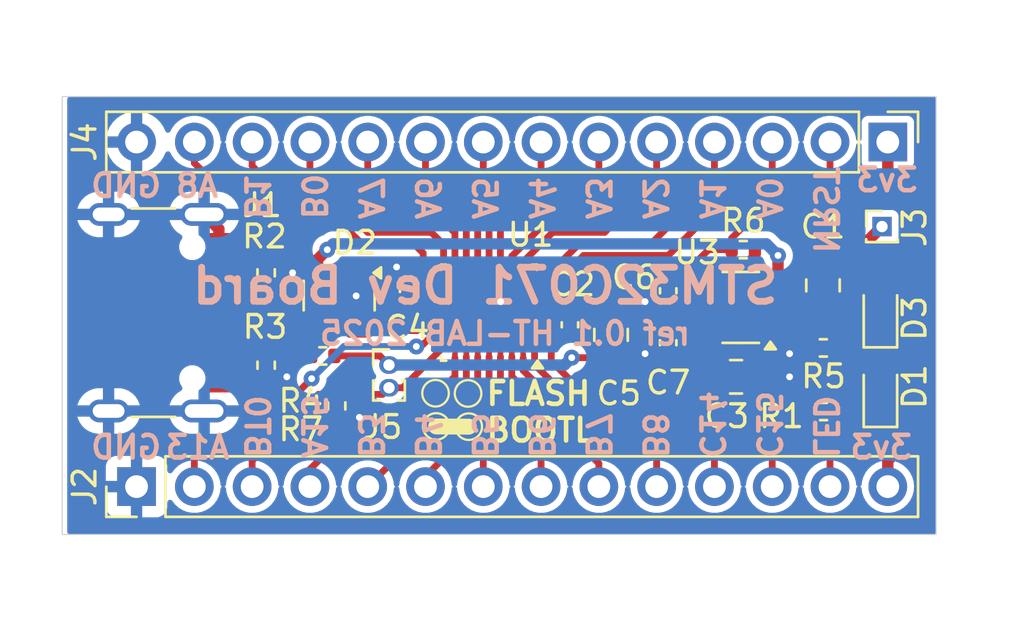
<source format=kicad_pcb>
(kicad_pcb (version 20240108) (generator "pcbnew") (generator_version "8.0")
  (layers (0 "F.Cu" signal) (31 "B.Cu" power) (34 "B.Paste" user) (35 "F.Paste" user) (36 "B.SilkS" user "B.Silkscreen") (37 "F.SilkS" user "F.Silkscreen") (38 "B.Mask" user) (39 "F.Mask" user) (44 "Edge.Cuts" user))
  (net 0 "")
  (net 1 "GND")
  (net 2 "+3V3")
  (net 3 "USB_DM+")
  (net 4 "USB_DM-")
  (net 5 "Net-(D1-K)")
  (net 6 "Net-(J1-CC2)")
  (net 9 "Net-(J1-CC1)")
  (net 10 "Net-(J4-Pin_3)")
  (net 11 "PC15")
  (net 12 "PA15")
  (net 13 "PA13")
  (net 14 "Net-(J4-Pin_10)")
  (net 15 "PC14")
  (net 16 "Net-(J4-Pin_5)")
  (net 17 "BOOT0")
  (net 18 "Net-(J4-Pin_6)")
  (net 19 "Net-(J4-Pin_4)")
  (net 20 "Net-(J4-Pin_7)")
  (net 21 "PB1")
  (net 22 "Net-(J4-Pin_13)")
  (net 23 "PB0")
  (net 24 "Net-(J4-Pin_8)")
  (net 25 "NRST")
  (net 26 "Net-(J4-Pin_9)")
  (net 27 "LED")
  (net 28 "Net-(D3-K)")
  (net 29 "/VBUS")
  (net 30 "Net-(U3-NR)")
  (net 31 "Net-(J2-Pin_6)")
  (net 32 "Net-(J2-Pin_8)")
  (net 33 "Net-(J2-Pin_7)")
  (net 34 "Net-(J2-Pin_9)")
  (net 35 "Net-(J2-Pin_10)")
  (net 36 "Net-(J2-Pin_5)")
  (footprint "Capacitor_SMD:C_0402_1005Metric" (layer "F.Cu") (at 101.854 65.532 90)
    (property "Reference" "C2" (at 1.778 0.127 180) (layer "F.SilkS"))
    (property "Value" "100nF")
    (pad "1" smd roundrect (at -0.48 0 90) (size 0.56 0.62) (layers "F.Cu" "F.Paste" "F.Mask") (net 2 "+3V3"))
    (pad "2" smd roundrect (at 0.48 0 90) (size 0.56 0.62) (layers "F.Cu" "F.Paste" "F.Mask") (net 1 "GND"))
  )
  (footprint "Capacitor_SMD:C_0805_2012Metric" (layer "F.Cu") (at 103.66 65.974 90)
    (property "Reference" "C5" (at -2.576 0.34 0) (layer "F.SilkS"))
    (property "Value" "4.7uF")
    (pad "1" smd roundrect (at -0.95 0 90) (size 1 1.45) (layers "F.Cu" "F.Paste" "F.Mask") (net 2 "+3V3"))
    (pad "2" smd roundrect (at 0.95 0 90) (size 1 1.45) (layers "F.Cu" "F.Paste" "F.Mask") (net 1 "GND"))
  )
  (footprint "Package_DFN_QFN:QFN-28_4x4mm_P0.5mm" (layer "F.Cu") (at 98.298 65 180)
    (property "Reference" "U1" (at -1.827 3.425 0) (layer "F.SilkS"))
    (property "Value" "STM32C071G8UxN")
    (pad "1" smd custom (at -1.9975 -1.5 180) (size 0.136863 0.136863) (layers "F.Cu" "F.Paste" "F.Mask") (net 15 "PC14") (options (clearance outline) (anchor circle)) (primitives (gr_poly (pts (xy -0.3325 -0.08) (xy 0.19886 -0.08) (xy 0.3325 0.05364) (xy 0.3325 0.08) (xy -0.3325 0.08)) (width 0.09) (fill yes))))
    (pad "2" smd roundrect (at -1.9375 -1 180) (size 0.875 0.25) (layers "F.Cu" "F.Paste" "F.Mask") (net 11 "PC15"))
    (pad "3" smd roundrect (at -1.9375 -0.5 180) (size 0.875 0.25) (layers "F.Cu" "F.Paste" "F.Mask") (net 2 "+3V3"))
    (pad "4" smd roundrect (at -1.9375 0 180) (size 0.875 0.25) (layers "F.Cu" "F.Paste" "F.Mask") (net 1 "GND"))
    (pad "5" smd roundrect (at -1.9375 0.5 180) (size 0.875 0.25) (layers "F.Cu" "F.Paste" "F.Mask") (net 25 "NRST"))
    (pad "6" smd roundrect (at -1.9375 1 180) (size 0.875 0.25) (layers "F.Cu" "F.Paste" "F.Mask") (net 10 "Net-(J4-Pin_3)"))
    (pad "7" smd custom (at -1.9975 1.5 180) (size 0.136863 0.136863) (layers "F.Cu" "F.Paste" "F.Mask") (net 19 "Net-(J4-Pin_4)") (options (clearance outline) (anchor circle)) (primitives (gr_poly (pts (xy -0.3325 -0.08) (xy 0.3325 -0.08) (xy 0.3325 -0.05364) (xy 0.19886 0.08) (xy -0.3325 0.08)) (width 0.09) (fill yes))))
    (pad "8" smd custom (at -1.5 1.9975 180) (size 0.136863 0.136863) (layers "F.Cu" "F.Paste" "F.Mask") (net 16 "Net-(J4-Pin_5)") (options (clearance outline) (anchor circle)) (primitives (gr_poly (pts (xy -0.08 -0.19886) (xy 0.05364 -0.3325) (xy 0.08 -0.3325) (xy 0.08 0.3325) (xy -0.08 0.3325)) (width 0.09) (fill yes))))
    (pad "9" smd roundrect (at -1 1.9375 180) (size 0.25 0.875) (layers "F.Cu" "F.Paste" "F.Mask") (net 18 "Net-(J4-Pin_6)"))
    (pad "10" smd roundrect (at -0.5 1.9375 180) (size 0.25 0.875) (layers "F.Cu" "F.Paste" "F.Mask") (net 20 "Net-(J4-Pin_7)"))
    (pad "11" smd roundrect (at 0 1.9375 180) (size 0.25 0.875) (layers "F.Cu" "F.Paste" "F.Mask") (net 24 "Net-(J4-Pin_8)"))
    (pad "12" smd roundrect (at 0.5 1.9375 180) (size 0.25 0.875) (layers "F.Cu" "F.Paste" "F.Mask") (net 26 "Net-(J4-Pin_9)"))
    (pad "13" smd roundrect (at 1 1.9375 180) (size 0.25 0.875) (layers "F.Cu" "F.Paste" "F.Mask") (net 14 "Net-(J4-Pin_10)"))
    (pad "14" smd custom (at 1.5 1.9975 180) (size 0.136863 0.136863) (layers "F.Cu" "F.Paste" "F.Mask") (net 23 "PB0") (options (clearance outline) (anchor circle)) (primitives (gr_poly (pts (xy -0.08 -0.3325) (xy -0.05364 -0.3325) (xy 0.08 -0.19886) (xy 0.08 0.3325) (xy -0.08 0.3325)) (width 0.09) (fill yes))))
    (pad "15" smd custom (at 1.9975 1.5 180) (size 0.136863 0.136863) (layers "F.Cu" "F.Paste" "F.Mask") (net 21 "PB1") (options (clearance outline) (anchor circle)) (primitives (gr_poly (pts (xy -0.3325 -0.08) (xy 0.3325 -0.08) (xy 0.3325 0.08) (xy -0.19886 0.08) (xy -0.3325 -0.05364)) (width 0.09) (fill yes))))
    (pad "16" smd roundrect (at 1.9375 1 180) (size 0.875 0.25) (layers "F.Cu" "F.Paste" "F.Mask") (net 22 "Net-(J4-Pin_13)"))
    (pad "17" smd roundrect (at 1.9375 0.5 180) (size 0.875 0.25) (layers "F.Cu" "F.Paste" "F.Mask") (net 2 "+3V3"))
    (pad "18" smd roundrect (at 1.9375 0 180) (size 0.875 0.25) (layers "F.Cu" "F.Paste" "F.Mask") (net 4 "USB_DM-"))
    (pad "19" smd roundrect (at 1.9375 -0.5 180) (size 0.875 0.25) (layers "F.Cu" "F.Paste" "F.Mask") (net 3 "USB_DM+"))
    (pad "20" smd roundrect (at 1.9375 -1 180) (size 0.875 0.25) (layers "F.Cu" "F.Paste" "F.Mask") (net 13 "PA13"))
    (pad "21" smd custom (at 1.9975 -1.5 180) (size 0.136863 0.136863) (layers "F.Cu" "F.Paste" "F.Mask") (net 17 "BOOT0") (options (clearance outline) (anchor circle)) (primitives (gr_poly (pts (xy -0.3325 0.05364) (xy -0.19886 -0.08) (xy 0.3325 -0.08) (xy 0.3325 0.08) (xy -0.3325 0.08)) (width 0.09) (fill yes))))
    (pad "22" smd custom (at 1.5 -1.9975 180) (size 0.136863 0.136863) (layers "F.Cu" "F.Paste" "F.Mask") (net 12 "PA15") (options (clearance outline) (anchor circle)) (primitives (gr_poly (pts (xy -0.08 -0.3325) (xy 0.08 -0.3325) (xy 0.08 0.19886) (xy -0.05364 0.3325) (xy -0.08 0.3325)) (width 0.09) (fill yes))))
    (pad "23" smd roundrect (at 1 -1.9375 180) (size 0.25 0.875) (layers "F.Cu" "F.Paste" "F.Mask") (net 36 "Net-(J2-Pin_5)"))
    (pad "24" smd roundrect (at 0.5 -1.9375 180) (size 0.25 0.875) (layers "F.Cu" "F.Paste" "F.Mask") (net 31 "Net-(J2-Pin_6)"))
    (pad "25" smd roundrect (at 0 -1.9375 180) (size 0.25 0.875) (layers "F.Cu" "F.Paste" "F.Mask") (net 33 "Net-(J2-Pin_7)"))
    (pad "26" smd roundrect (at -0.5 -1.9375 180) (size 0.25 0.875) (layers "F.Cu" "F.Paste" "F.Mask") (net 32 "Net-(J2-Pin_8)"))
    (pad "27" smd roundrect (at -1 -1.9375 180) (size 0.25 0.875) (layers "F.Cu" "F.Paste" "F.Mask") (net 34 "Net-(J2-Pin_9)"))
    (pad "28" smd custom (at -1.5 -1.9975 180) (size 0.136863 0.136863) (layers "F.Cu" "F.Paste" "F.Mask") (net 35 "Net-(J2-Pin_10)") (options (clearance outline) (anchor circle)) (primitives (gr_poly (pts (xy -0.08 -0.3325) (xy 0.08 -0.3325) (xy 0.08 0.3325) (xy 0.05364 0.3325) (xy -0.08 0.19886)) (width 0.09) (fill yes))))
  )
  (footprint "Resistor_SMD:R_0402_1005Metric" (layer "F.Cu") (at 88.5 63.248 90)
    (property "Reference" "R3" (at -2.377 -0.05 0) (layer "F.SilkS"))
    (property "Value" "5K1")
    (pad "1" smd roundrect (at -0.51 0 90) (size 0.54 0.64) (layers "F.Cu" "F.Paste" "F.Mask") (net 9 "Net-(J1-CC1)"))
    (pad "2" smd roundrect (at 0.51 0 90) (size 0.54 0.64) (layers "F.Cu" "F.Paste" "F.Mask") (net 1 "GND"))
  )
  (footprint "ht-lab:USB_C_Receptacle_G-Switch_GT-USB-7010ASV_mod" (layer "F.Cu") (at 82.65 65 -90)
    (property "Reference" "J1" (at -4.725 -5.675 0) (layer "F.SilkS"))
    (property "Value" "USB_C_Receptacle_USB2.0_14P")
    (pad "" np_thru_hole circle (at -2.89 -2.605 270) (size 0.65 0.65) (drill 0.65) (layers "*.Cu" "*.Mask"))
    (pad "" np_thru_hole circle (at 2.89 -2.605 270) (size 0.65 0.65) (drill 0.65) (layers "*.Cu" "*.Mask"))
    (pad "A1" smd rect (at -3.2 -3.7725 270) (size 0.6 1.145) (layers "F.Cu" "F.Paste" "F.Mask") (net 1 "GND"))
    (pad "A4" smd rect (at -2.4 -3.7725 270) (size 0.6 1.145) (layers "F.Cu" "F.Paste" "F.Mask") (net 29 "/VBUS"))
    (pad "A5" smd rect (at -1.25 -3.725 270) (size 0.3 1.24) (layers "F.Cu" "F.Paste" "F.Mask") (net 9 "Net-(J1-CC1)"))
    (pad "A6" smd rect (at -0.25 -3.725 270) (size 0.3 1.24) (layers "F.Cu" "F.Paste" "F.Mask") (net 3 "USB_DM+"))
    (pad "A7" smd rect (at 0.25 -3.725 270) (size 0.3 1.24) (layers "F.Cu" "F.Paste" "F.Mask") (net 4 "USB_DM-"))
    (pad "A8" smd rect (at 1.25 -3.725 270) (size 0.3 1.24) (layers "F.Cu" "F.Paste" "F.Mask"))
    (pad "A9" smd rect (at 2.4 -3.7725 270) (size 0.6 1.145) (layers "F.Cu" "F.Paste" "F.Mask") (net 29 "/VBUS"))
    (pad "A12" smd rect (at 3.2 -3.7725 270) (size 0.6 1.145) (layers "F.Cu" "F.Paste" "F.Mask") (net 1 "GND"))
    (pad "B1" smd rect (at 3.2 -3.7725 270) (size 0.6 1.145) (layers "F.Cu" "F.Paste" "F.Mask") (net 1 "GND"))
    (pad "B4" smd rect (at 2.4 -3.7725 270) (size 0.6 1.145) (layers "F.Cu" "F.Paste" "F.Mask") (net 29 "/VBUS"))
    (pad "B5" smd rect (at 1.75 -3.725 270) (size 0.3 1.24) (layers "F.Cu" "F.Paste" "F.Mask") (net 6 "Net-(J1-CC2)"))
    (pad "B6" smd rect (at 0.75 -3.725 270) (size 0.3 1.24) (layers "F.Cu" "F.Paste" "F.Mask") (net 3 "USB_DM+"))
    (pad "B7" smd rect (at -0.75 -3.725 270) (size 0.3 1.24) (layers "F.Cu" "F.Paste" "F.Mask") (net 4 "USB_DM-"))
    (pad "B8" smd rect (at -1.75 -3.725 270) (size 0.3 1.24) (layers "F.Cu" "F.Paste" "F.Mask"))
    (pad "B9" smd rect (at -2.4 -3.7725 270) (size 0.6 1.145) (layers "F.Cu" "F.Paste" "F.Mask") (net 29 "/VBUS"))
    (pad "B12" smd rect (at -3.2 -3.7725 270) (size 0.6 1.145) (layers "F.Cu" "F.Paste" "F.Mask") (net 1 "GND"))
    (pad "S1" thru_hole oval (at -4.32 -3.125 270) (size 1 2.1) (drill oval 0.6 1.7) (property pad_prop_heatsink) (layers "*.Cu" "*.Mask") (net 1 "GND"))
    (pad "S1" thru_hole oval (at -4.32 1.075 270) (size 1 1.8) (drill oval 0.6 1.4) (property pad_prop_heatsink) (layers "*.Cu" "*.Mask") (net 1 "GND"))
    (pad "S1" thru_hole oval (at 4.32 -3.125 270) (size 1 2.1) (drill oval 0.6 1.7) (property pad_prop_heatsink) (layers "*.Cu" "*.Mask") (net 1 "GND"))
    (pad "S1" thru_hole oval (at 4.32 1.075 270) (size 1 1.8) (drill oval 0.6 1.4) (property pad_prop_heatsink) (layers "*.Cu" "*.Mask") (net 1 "GND"))
  )
  (footprint "Resistor_SMD:R_0402_1005Metric" (layer "F.Cu") (at 91.6 69.1 -90)
    (property "Reference" "R7" (at 1.025 1.575 0) (layer "F.SilkS"))
    (property "Value" "10K")
    (pad "1" smd roundrect (at -0.51 0 270) (size 0.54 0.64) (layers "F.Cu" "F.Paste" "F.Mask") (net 17 "BOOT0"))
    (pad "2" smd roundrect (at 0.51 0 270) (size 0.54 0.64) (layers "F.Cu" "F.Paste" "F.Mask") (net 1 "GND"))
  )
  (footprint "Connector_PinHeader_1.00mm:PinHeader_1x02_P1.00mm_Vertical" (layer "F.Cu") (at 93.9 67.3)
    (property "Reference" "J5" (at -0.275 2.725 0) (layer "F.SilkS"))
    (property "Value" "Conn_01x02_Pin")
    (pad "1" thru_hole oval (at 0 0) (size 0.86 0.77) (drill 0.5) (layers "*.Cu" "*.Mask") (net 2 "+3V3"))
    (pad "2" thru_hole oval (at 0 1) (size 0.86 0.77) (drill 0.5) (layers "*.Cu" "*.Mask") (net 17 "BOOT0"))
  )
  (footprint "Capacitor_SMD:C_0805_2012Metric" (layer "F.Cu") (at 109.154 67.818)
    (property "Reference" "C3" (at -0.404 1.732 0) (layer "F.SilkS"))
    (property "Value" "1uF")
    (pad "1" smd roundrect (at -0.95 0) (size 1 1.45) (layers "F.Cu" "F.Paste" "F.Mask") (net 2 "+3V3"))
    (pad "2" smd roundrect (at 0.95 0) (size 1 1.45) (layers "F.Cu" "F.Paste" "F.Mask") (net 1 "GND"))
  )
  (footprint "Resistor_SMD:R_0402_1005Metric" (layer "F.Cu") (at 113 69.342 180)
    (property "Reference" "R1" (at 1.85 -0.208 0) (layer "F.SilkS"))
    (property "Value" "1K5")
    (pad "1" smd roundrect (at -0.51 0 180) (size 0.54 0.64) (layers "F.Cu" "F.Paste" "F.Mask") (net 5 "Net-(D1-K)"))
    (pad "2" smd roundrect (at 0.51 0 180) (size 0.54 0.64) (layers "F.Cu" "F.Paste" "F.Mask") (net 27 "LED"))
  )
  (footprint "Connector_PinHeader_2.54mm:PinHeader_1x14_P2.54mm_Vertical" (layer "F.Cu") (at 82.804 72.644 90)
    (property "Reference" "J2" (at 0 -2.286 -90) (layer "F.SilkS"))
    (property "Value" "Conn_01x14_Pin")
    (pad "1" thru_hole rect (at 0 0 90) (size 1.7 1.7) (drill 1) (layers "*.Cu" "*.Mask") (net 1 "GND"))
    (pad "2" thru_hole oval (at 0 2.54 90) (size 1.7 1.7) (drill 1) (layers "*.Cu" "*.Mask") (net 13 "PA13"))
    (pad "3" thru_hole oval (at 0 5.08 90) (size 1.7 1.7) (drill 1) (layers "*.Cu" "*.Mask") (net 17 "BOOT0"))
    (pad "4" thru_hole oval (at 0 7.62 90) (size 1.7 1.7) (drill 1) (layers "*.Cu" "*.Mask") (net 12 "PA15"))
    (pad "5" thru_hole oval (at 0 10.16 90) (size 1.7 1.7) (drill 1) (layers "*.Cu" "*.Mask") (net 36 "Net-(J2-Pin_5)"))
    (pad "6" thru_hole oval (at 0 12.7 90) (size 1.7 1.7) (drill 1) (layers "*.Cu" "*.Mask") (net 31 "Net-(J2-Pin_6)"))
    (pad "7" thru_hole oval (at 0 15.24 90) (size 1.7 1.7) (drill 1) (layers "*.Cu" "*.Mask") (net 33 "Net-(J2-Pin_7)"))
    (pad "8" thru_hole oval (at 0 17.78 90) (size 1.7 1.7) (drill 1) (layers "*.Cu" "*.Mask") (net 32 "Net-(J2-Pin_8)"))
    (pad "9" thru_hole oval (at 0 20.32 90) (size 1.7 1.7) (drill 1) (layers "*.Cu" "*.Mask") (net 34 "Net-(J2-Pin_9)"))
    (pad "10" thru_hole oval (at 0 22.86 90) (size 1.7 1.7) (drill 1) (layers "*.Cu" "*.Mask") (net 35 "Net-(J2-Pin_10)"))
    (pad "11" thru_hole oval (at 0 25.4 90) (size 1.7 1.7) (drill 1) (layers "*.Cu" "*.Mask") (net 15 "PC14"))
    (pad "12" thru_hole oval (at 0 27.94 90) (size 1.7 1.7) (drill 1) (layers "*.Cu" "*.Mask") (net 11 "PC15"))
    (pad "13" thru_hole oval (at 0 30.48 90) (size 1.7 1.7) (drill 1) (layers "*.Cu" "*.Mask") (net 27 "LED"))
    (pad "14" thru_hole oval (at 0 33.02 90) (size 1.7 1.7) (drill 1) (layers "*.Cu" "*.Mask") (net 2 "+3V3"))
  )
  (footprint "Connector_PinHeader_2.54mm:PinHeader_1x14_P2.54mm_Vertical" (layer "F.Cu") (at 115.824 57.5 -90)
    (property "Reference" "J4" (at 0 35.306 -90) (layer "F.SilkS"))
    (property "Value" "Conn_01x14_Pin")
    (pad "1" thru_hole rect (at 0 0 270) (size 1.7 1.7) (drill 1) (layers "*.Cu" "*.Mask") (net 2 "+3V3"))
    (pad "2" thru_hole oval (at 0 2.54 270) (size 1.7 1.7) (drill 1) (layers "*.Cu" "*.Mask") (net 25 "NRST"))
    (pad "3" thru_hole oval (at 0 5.08 270) (size 1.7 1.7) (drill 1) (layers "*.Cu" "*.Mask") (net 10 "Net-(J4-Pin_3)"))
    (pad "4" thru_hole oval (at 0 7.62 270) (size 1.7 1.7) (drill 1) (layers "*.Cu" "*.Mask") (net 19 "Net-(J4-Pin_4)"))
    (pad "5" thru_hole oval (at 0 10.16 270) (size 1.7 1.7) (drill 1) (layers "*.Cu" "*.Mask") (net 16 "Net-(J4-Pin_5)"))
    (pad "6" thru_hole oval (at 0 12.7 270) (size 1.7 1.7) (drill 1) (layers "*.Cu" "*.Mask") (net 18 "Net-(J4-Pin_6)"))
    (pad "7" thru_hole oval (at 0 15.24 270) (size 1.7 1.7) (drill 1) (layers "*.Cu" "*.Mask") (net 20 "Net-(J4-Pin_7)"))
    (pad "8" thru_hole oval (at 0 17.78 270) (size 1.7 1.7) (drill 1) (layers "*.Cu" "*.Mask") (net 24 "Net-(J4-Pin_8)"))
    (pad "9" thru_hole oval (at 0 20.32 270) (size 1.7 1.7) (drill 1) (layers "*.Cu" "*.Mask") (net 26 "Net-(J4-Pin_9)"))
    (pad "10" thru_hole oval (at 0 22.86 270) (size 1.7 1.7) (drill 1) (layers "*.Cu" "*.Mask") (net 14 "Net-(J4-Pin_10)"))
    (pad "11" thru_hole oval (at 0 25.4 270) (size 1.7 1.7) (drill 1) (layers "*.Cu" "*.Mask") (net 23 "PB0"))
    (pad "12" thru_hole oval (at 0 27.94 270) (size 1.7 1.7) (drill 1) (layers "*.Cu" "*.Mask") (net 21 "PB1"))
    (pad "13" thru_hole oval (at 0 30.48 270) (size 1.7 1.7) (drill 1) (layers "*.Cu" "*.Mask") (net 22 "Net-(J4-Pin_13)"))
    (pad "14" thru_hole oval (at 0 33.02 270) (size 1.7 1.7) (drill 1) (layers "*.Cu" "*.Mask") (net 1 "GND"))
  )
  (footprint "Capacitor_SMD:C_0402_1005Metric" (layer "F.Cu") (at 106.172 66.322 -90)
    (property "Reference" "C7" (at 1.75 0 180) (layer "F.SilkS"))
    (property "Value" "100nF")
    (pad "1" smd roundrect (at -0.48 0 270) (size 0.56 0.62) (layers "F.Cu" "F.Paste" "F.Mask") (net 30 "Net-(U3-NR)"))
    (pad "2" smd roundrect (at 0.48 0 270) (size 0.56 0.62) (layers "F.Cu" "F.Paste" "F.Mask") (net 1 "GND"))
  )
  (footprint "Resistor_SMD:R_0402_1005Metric" (layer "F.Cu") (at 90.99 66.9)
    (property "Reference" "R4" (at -0.965 1.975 0) (layer "F.SilkS"))
    (property "Value" "1K5")
    (pad "1" smd roundrect (at -0.51 0) (size 0.54 0.64) (layers "F.Cu" "F.Paste" "F.Mask") (net 3 "USB_DM+"))
    (pad "2" smd roundrect (at 0.51 0) (size 0.54 0.64) (layers "F.Cu" "F.Paste" "F.Mask") (net 2 "+3V3"))
  )
  (footprint "Package_TO_SOT_SMD:SOT-23-5" (layer "F.Cu") (at 109.3625 64.768 180)
    (property "Reference" "U3" (at 1.9205 2.411 0) (layer "F.SilkS"))
    (property "Value" "TPS73633DBV")
    (pad "1" smd roundrect (at -1.1375 -0.95 180) (size 1.325 0.6) (layers "F.Cu" "F.Paste" "F.Mask") (net 29 "/VBUS"))
    (pad "2" smd roundrect (at -1.1375 0 180) (size 1.325 0.6) (layers "F.Cu" "F.Paste" "F.Mask") (net 1 "GND"))
    (pad "3" smd roundrect (at -1.1375 0.95 180) (size 1.325 0.6) (layers "F.Cu" "F.Paste" "F.Mask") (net 29 "/VBUS"))
    (pad "4" smd roundrect (at 1.1375 0.95 180) (size 1.325 0.6) (layers "F.Cu" "F.Paste" "F.Mask") (net 30 "Net-(U3-NR)"))
    (pad "5" smd roundrect (at 1.1375 -0.95 180) (size 1.325 0.6) (layers "F.Cu" "F.Paste" "F.Mask") (net 2 "+3V3"))
  )
  (footprint "LED_SMD:LED_0603_1608Metric" (layer "F.Cu") (at 115.5 68.5375 90)
    (property "Reference" "D1" (at 0.2875 1.5 90) (layer "F.SilkS"))
    (property "Value" "LED")
    (pad "1" smd roundrect (at -0.7875 0 90) (size 0.875 0.95) (layers "F.Cu" "F.Paste" "F.Mask") (net 5 "Net-(D1-K)"))
    (pad "2" smd roundrect (at 0.7875 0 90) (size 0.875 0.95) (layers "F.Cu" "F.Paste" "F.Mask") (net 2 "+3V3"))
  )
  (footprint "Package_TO_SOT_SMD:SOT-143" (layer "F.Cu") (at 91.71 64.246 -90)
    (property "Reference" "D2" (at -2.321 -0.69 180) (layer "F.SilkS"))
    (property "Value" "SP0503BAHT")
    (pad "1" smd roundrect (at -1 -0.75 270) (size 0.7 1) (layers "F.Cu" "F.Paste" "F.Mask") (net 1 "GND"))
    (pad "2" smd roundrect (at -1 0.95 270) (size 0.7 0.6) (layers "F.Cu" "F.Paste" "F.Mask") (net 29 "/VBUS"))
    (pad "3" smd roundrect (at 1 0.95 270) (size 0.7 0.6) (layers "F.Cu" "F.Paste" "F.Mask") (net 3 "USB_DM+"))
    (pad "4" smd roundrect (at 1 -0.95 270) (size 0.7 0.6) (layers "F.Cu" "F.Paste" "F.Mask") (net 4 "USB_DM-"))
  )
  (footprint "Resistor_SMD:R_0402_1005Metric" (layer "F.Cu") (at 109.472 62.23 180)
    (property "Reference" "R6" (at -0.002 1.27 180) (layer "F.SilkS"))
    (property "Value" "10K")
    (pad "1" smd roundrect (at -0.51 0 180) (size 0.54 0.64) (layers "F.Cu" "F.Paste" "F.Mask") (net 2 "+3V3"))
    (pad "2" smd roundrect (at 0.51 0 180) (size 0.54 0.64) (layers "F.Cu" "F.Paste" "F.Mask") (net 25 "NRST"))
  )
  (footprint "Capacitor_SMD:C_0402_1005Metric" (layer "F.Cu") (at 106.172 64.036 -90)
    (property "Reference" "C6" (at -0.586 1.497 180) (layer "F.SilkS"))
    (property "Value" "100nF")
    (pad "1" smd roundrect (at -0.48 0 270) (size 0.56 0.62) (layers "F.Cu" "F.Paste" "F.Mask") (net 25 "NRST"))
    (pad "2" smd roundrect (at 0.48 0 270) (size 0.56 0.62) (layers "F.Cu" "F.Paste" "F.Mask") (net 1 "GND"))
  )
  (footprint "Connector_PinHeader_1.00mm:PinHeader_1x01_P1.00mm_Vertical" (layer "F.Cu") (at 115.57 61.214)
    (property "Reference" "J3" (at 1.43 0.036 90) (layer "F.SilkS"))
    (property "Value" "Conn_01x01_Pin")
    (pad "1" thru_hole rect (at 0 0) (size 0.85 0.85) (drill 0.5) (layers "*.Cu" "*.Mask") (net 29 "/VBUS"))
  )
  (footprint "LED_SMD:LED_0603_1608Metric" (layer "F.Cu") (at 115.5 65.0375 90)
    (property "Reference" "D3" (at -0.2125 1.5 90) (layer "F.SilkS"))
    (property "Value" "LED")
    (pad "1" smd roundrect (at -0.7875 0 90) (size 0.875 0.95) (layers "F.Cu" "F.Paste" "F.Mask") (net 28 "Net-(D3-K)"))
    (pad "2" smd roundrect (at 0.7875 0 90) (size 0.875 0.95) (layers "F.Cu" "F.Paste" "F.Mask") (net 2 "+3V3"))
  )
  (footprint "Resistor_SMD:R_0402_1005Metric" (layer "F.Cu") (at 88.5 67.308 -90)
    (property "Reference" "R2" (at -5.658 0.075 180) (layer "F.SilkS"))
    (property "Value" "5K1")
    (pad "1" smd roundrect (at -0.51 0 270) (size 0.54 0.64) (layers "F.Cu" "F.Paste" "F.Mask") (net 6 "Net-(J1-CC2)"))
    (pad "2" smd roundrect (at 0.51 0 270) (size 0.54 0.64) (layers "F.Cu" "F.Paste" "F.Mask") (net 1 "GND"))
  )
  (footprint "Capacitor_SMD:C_0402_1005Metric" (layer "F.Cu") (at 94.742 63.98 90)
    (property "Reference" "C4" (at -1.679 -0.042 180) (layer "F.SilkS"))
    (property "Value" "100nF")
    (pad "1" smd roundrect (at -0.48 0 90) (size 0.56 0.62) (layers "F.Cu" "F.Paste" "F.Mask") (net 2 "+3V3"))
    (pad "2" smd roundrect (at 0.48 0 90) (size 0.56 0.62) (layers "F.Cu" "F.Paste" "F.Mask") (net 1 "GND"))
  )
  (footprint "Resistor_SMD:R_0402_1005Metric" (layer "F.Cu") (at 112.99 66.548 180)
    (property "Reference" "R5" (at -0.01 -1.25 180) (layer "F.SilkS"))
    (property "Value" "1K5")
    (pad "1" smd roundrect (at -0.51 0 180) (size 0.54 0.64) (layers "F.Cu" "F.Paste" "F.Mask") (net 28 "Net-(D3-K)"))
    (pad "2" smd roundrect (at 0.51 0 180) (size 0.54 0.64) (layers "F.Cu" "F.Paste" "F.Mask") (net 1 "GND"))
  )
  (footprint "Capacitor_SMD:C_0805_2012Metric" (layer "F.Cu") (at 112.975 63.8 -90)
    (property "Reference" "C1" (at -2.586 0 180) (layer "F.SilkS"))
    (property "Value" "1uF")
    (pad "1" smd roundrect (at -0.95 0 270) (size 1 1.45) (layers "F.Cu" "F.Paste" "F.Mask") (net 29 "/VBUS"))
    (pad "2" smd roundrect (at 0.95 0 270) (size 1 1.45) (layers "F.Cu" "F.Paste" "F.Mask") (net 1 "GND"))
  )
  (gr_circle (center 95.945 68.54) (end 95.945 69.123773) (stroke (width 0.1)) (fill none) (layer "F.SilkS"))
  (gr_circle (center 97.375 68.55) (end 97.375 69.133773) (stroke (width 0.1)) (fill none) (layer "F.SilkS"))
  (gr_circle (center 97.405 70.01) (end 97.405 70.593773) (stroke (width 0.1)) (fill none) (layer "F.SilkS"))
  (gr_line (start 95.975 70) (end 97.405 70.01) (stroke (width 0.7)) (layer "F.SilkS"))
  (gr_circle (center 95.975 70) (end 95.975 70.583773) (stroke (width 0.1)) (fill none) (layer "F.SilkS"))
  (gr_rect (start 79.539 55.5) (end 117.95 74.75) (stroke (width 0.05)) (fill none) (layer "Edge.Cuts"))
  (gr_text "NRST" (at 112.5 62.5 270) (layer "B.SilkS") (effects (font (size 1 1) (thickness 0.2) (bold yes)) (justify left bottom mirror)))
  (gr_text "B8" (at 105 71.5 270) (layer "B.SilkS") (effects (font (size 1 1) (thickness 0.2) (bold yes)) (justify left bottom mirror)))
  (gr_text "A0" (at 110 61 270) (layer "B.SilkS") (effects (font (size 1 1) (thickness 0.2) (bold yes)) (justify left bottom mirror)))
  (gr_text "A1" (at 107.5 61 270) (layer "B.SilkS") (effects (font (size 1 1) (thickness 0.2) (bold yes)) (justify left bottom mirror)))
  (gr_text "A3" (at 102.5 61 270) (layer "B.SilkS") (effects (font (size 1 1) (thickness 0.2) (bold yes)) (justify left bottom mirror)))
  (gr_text "B7" (at 102.5 71.5 270) (layer "B.SilkS") (effects (font (size 1 1) (thickness 0.2) (bold yes)) (justify left bottom mirror)))
  (gr_text "A5" (at 97.5 61 270) (layer "B.SilkS") (effects (font (size 1 1) (thickness 0.2) (bold yes)) (justify left bottom mirror)))
  (gr_text "3v3" (at 117.25 59.75 0) (layer "B.SilkS") (effects (font (size 1 1) (thickness 0.2) (bold yes)) (justify left bottom mirror)))
  (gr_text "A13" (at 87 71.5 0) (layer "B.SilkS") (effects (font (size 1 1) (thickness 0.2) (bold yes)) (justify left bottom mirror)))
  (gr_text "A4" (at 100 61 270) (layer "B.SilkS") (effects (font (size 1 1) (thickness 0.2) (bold yes)) (justify left bottom mirror)))
  (gr_text "A2" (at 105 61 270) (layer "B.SilkS") (effects (font (size 1 1) (thickness 0.2) (bold yes)) (justify left bottom mirror)))
  (gr_text "A6" (at 95 61 270) (layer "B.SilkS") (effects (font (size 1 1) (thickness 0.2) (bold yes)) (justify left bottom mirror)))
  (gr_text "B3" (at 92.5 71.5 270) (layer "B.SilkS") (effects (font (size 1 1) (thickness 0.2) (bold yes)) (justify left bottom mirror)))
  (gr_text "GND" (at 84 71.5 0) (layer "B.SilkS") (effects (font (size 1 1) (thickness 0.2) (bold yes)) (justify left bottom mirror)))
  (gr_text "A15" (at 90 71.5 270) (layer "B.SilkS") (effects (font (size 1 1) (thickness 0.2) (bold yes)) (justify left bottom mirror)))
  (gr_text "B4" (at 95 71.5 270) (layer "B.SilkS") (effects (font (size 1 1) (thickness 0.2) (bold yes)) (justify left bottom mirror)))
  (gr_text "3v3" (at 117 71.5 0) (layer "B.SilkS") (effects (font (size 1 1) (thickness 0.2) (bold yes)) (justify left bottom mirror)))
  (gr_text "B5" (at 97.5 71.5 270) (layer "B.SilkS") (effects (font (size 1 1) (thickness 0.2) (bold yes)) (justify left bottom mirror)))
  (gr_text "C15" (at 110 71.5 270) (layer "B.SilkS") (effects (font (size 1 1) (thickness 0.2) (bold yes)) (justify left bottom mirror)))
  (gr_text "A8" (at 86.5 60 0) (layer "B.SilkS") (effects (font (size 1 1) (thickness 0.2) (bold yes)) (justify left bottom mirror)))
  (gr_text "LED" (at 112.5 71.5 270) (layer "B.SilkS") (effects (font (size 1 1) (thickness 0.2) (bold yes)) (justify left bottom mirror)))
  (gr_text "A7" (at 92.5 61 270) (layer "B.SilkS") (effects (font (size 1 1) (thickness 0.2) (bold yes)) (justify left bottom mirror)))
  (gr_text "GND" (at 84 60 0) (layer "B.SilkS") (effects (font (size 1 1) (thickness 0.2) (bold yes)) (justify left bottom mirror)))
  (gr_text "C14" (at 107.5 71.5 270) (layer "B.SilkS") (effects (font (size 1 1) (thickness 0.2) (bold yes)) (justify left bottom mirror)))
  (gr_text "STM32C071 Dev Board" (at 111.15 64.7 0) (layer "B.SilkS") (effects (font (size 1.5 1.5) (thickness 0.3) (bold yes)) (justify left bottom mirror)))
  (gr_text "B6" (at 100 71.5 270) (layer "B.SilkS") (effects (font (size 1 1) (thickness 0.2) (bold yes)) (justify left bottom mirror)))
  (gr_text "ref 0.1 HT-LAB 2025" (at 107.25 66.5 0) (layer "B.SilkS") (effects (font (size 1 1) (thickness 0.2) (bold yes)) (justify left bottom mirror)))
  (gr_text "B0" (at 90 61 270) (layer "B.SilkS") (effects (font (size 1 1) (thickness 0.2) (bold yes)) (justify left bottom mirror)))
  (gr_text "B1" (at 87.5 61 270) (layer "B.SilkS") (effects (font (size 1 1) (thickness 0.2) (bold yes)) (justify left bottom mirror)))
  (gr_text "BT0" (at 87.5 71.5 270) (layer "B.SilkS") (effects (font (size 1 1) (thickness 0.2) (bold yes)) (justify left bottom mirror)))
  (gr_text "FLASH\nBOOTL" (at 98.075 70.75 0) (layer "F.SilkS") (effects (font (size 1 1) (thickness 0.2) (bold yes)) (justify left bottom)))
  (segment (start 106.172 64.516) (end 105.156 64.516) (width 0.5) (layer "F.Cu") (net 1))
  (segment (start 112.957 64.768) (end 112.975 64.75) (width 0.5) (layer "F.Cu") (net 1))
  (segment (start 88.5 67.818) (end 89.408 67.818) (width 0.5) (layer "F.Cu") (net 1))
  (segment (start 86.4225 61.8) (end 86.4225 61.3275) (width 0.5) (layer "F.Cu") (net 1))
  (segment (start 110.104 67.818) (end 109.3875 67.1015) (width 0.5) (layer "F.Cu") (net 1))
  (segment (start 100.2355 65) (end 99.29 65) (width 0.3) (layer "F.Cu") (net 1))
  (segment (start 106.172 66.802) (end 105.156 66.802) (width 0.5) (layer "F.Cu") (net 1))
  (segment (start 111.76 66.548) (end 111.506 66.802) (width 0.5) (layer "F.Cu") (net 1))
  (segment (start 86.4225 61.3275) (end 85.775 60.68) (width 0.5) (layer "F.Cu") (net 1))
  (segment (start 109.3875 65.160634) (end 109.780134 64.768) (width 0.5) (layer "F.Cu") (net 1))
  (segment (start 86.375 68.2) (end 87.798553 68.2) (width 0.5) (layer "F.Cu") (net 1))
  (segment (start 92.46 64.258) (end 92.456 64.262) (width 0.5) (layer "F.Cu") (net 1))
  (segment (start 88.180553 67.818) (end 88.9 67.818) (width 0.5) (layer "F.Cu") (net 1))
  (segment (start 91.6 69.61) (end 92.59 69.61) (width 0.3) (layer "F.Cu") (net 1))
  (segment (start 101.802 65) (end 101.854 65.052) (width 0.3) (layer "F.Cu") (net 1))
  (segment (start 112.48 66.548) (end 111.76 66.548) (width 0.5) (layer "F.Cu") (net 1))
  (segment (start 103.632 65.052) (end 103.66 65.024) (width 0.3) (layer "F.Cu") (net 1))
  (segment (start 109.3875 67.1015) (end 109.3875 65.160634) (width 0.5) (layer "F.Cu") (net 1))
  (segment (start 92.59 69.61) (end 92.6 69.6) (width 0.3) (layer "F.Cu") (net 1))
  (segment (start 103.35 65.052) (end 103.378 65.024) (width 0.3) (layer "F.Cu") (net 1))
  (segment (start 94.742 63.5) (end 94.234 62.992) (width 0.3) (layer "F.Cu") (net 1))
  (segment (start 88.5 62.738) (end 89.154 62.738) (width 0.5) (layer "F.Cu") (net 1))
  (segment (start 110.5 64.768) (end 112.957 64.768) (width 0.5) (layer "F.Cu") (net 1))
  (segment (start 87.798553 68.2) (end 88.180553 67.818) (width 0.5) (layer "F.Cu") (net 1))
  (segment (start 92.46 63.246) (end 92.46 64.258) (width 0.5) (layer "F.Cu") (net 1))
  (segment (start 89.154 62.738) (end 89.662 63.246) (width 0.5) (layer "F.Cu") (net 1))
  (segment (start 101.854 65.052) (end 103.632 65.052) (width 0.5) (layer "F.Cu") (net 1))
  (segment (start 100.2355 65) (end 101.802 65) (width 0.3) (layer "F.Cu") (net 1))
  (segment (start 109.780134 64.768) (end 110.5 64.768) (width 0.5) (layer "F.Cu") (net 1))
  (segment (start 99.29 65) (end 98.806 64.516) (width 0.3) (layer "F.Cu") (net 1))
  (segment (start 110.104 67.818) (end 111.506 67.818) (width 0.5) (layer "F.Cu") (net 1))
  (via (at 105.156 66.802) (size 0.7) (drill 0.3) (layers "F.Cu" "B.Cu") (net 1))
  (via (at 92.6 69.6) (size 0.7) (drill 0.3) (layers "F.Cu" "B.Cu") (net 1))
  (via (at 89.408 67.818) (size 0.7) (drill 0.3) (layers "F.Cu" "B.Cu") (net 1))
  (via (at 111.506 66.802) (size 0.7) (drill 0.3) (layers "F.Cu" "B.Cu") (net 1))
  (via (at 92.456 64.262) (size 0.7) (drill 0.3) (layers "F.Cu" "B.Cu") (net 1))
  (via (at 98.806 64.516) (size 0.7) (drill 0.3) (layers "F.Cu" "B.Cu") (net 1))
  (via (at 89.662 63.246) (size 0.7) (drill 0.3) (layers "F.Cu" "B.Cu") (net 1))
  (via (at 105.156 64.516) (size 0.7) (drill 0.3) (layers "F.Cu" "B.Cu") (net 1))
  (via (at 94.234 62.992) (size 0.7) (drill 0.3) (layers "F.Cu" "B.Cu") (net 1))
  (via (at 111.506 67.818) (size 0.7) (drill 0.3) (layers "F.Cu" "B.Cu") (net 1))
  (segment (start 115.5 67.75) (end 112.930944 67.75) (width 0.5) (layer "F.Cu") (net 2))
  (segment (start 115.5 67.75) (end 116.45 66.8) (width 0.5) (layer "F.Cu") (net 2))
  (segment (start 94.782 64.5) (end 96.3605 64.5) (width 0.3) (layer "F.Cu") (net 2))
  (segment (start 116.84 62.91) (end 116.84 60.198) (width 0.5) (layer "F.Cu") (net 2))
  (segment (start 109.379 68.993) (end 108.204 67.818) (width 0.5) (layer "F.Cu") (net 2))
  (segment (start 103.66 66.924) (end 103.754 66.924) (width 0.3) (layer "F.Cu") (net 2))
  (segment (start 115.5 67.75) (end 116.674 68.924) (width 0.5) (layer "F.Cu") (net 2))
  (segment (start 112.930944 67.75) (end 111.687944 68.993) (width 0.5) (layer "F.Cu") (net 2))
  (segment (start 109.3375 64.220684) (end 109.3375 63.194499) (width 0.5) (layer "F.Cu") (net 2))
  (segment (start 97.52 64.5) (end 98.52 65.5) (width 0.3) (layer "F.Cu") (net 2))
  (segment (start 109.3375 63.194499) (end 109.982 62.549999) (width 0.5) (layer "F.Cu") (net 2))
  (segment (start 108.225 67.797) (end 108.204 67.818) (width 0.5) (layer "F.Cu") (net 2))
  (segment (start 94.742 64.46) (end 94.782 64.5) (width 0.3) (layer "F.Cu") (net 2))
  (segment (start 98.52 65.5) (end 100.2355 65.5) (width 0.3) (layer "F.Cu") (net 2))
  (segment (start 101.544001 66.012) (end 101.854 66.012) (width 0.3) (layer "F.Cu") (net 2))
  (segment (start 115.824 71.501) (end 115.824 72.644) (width 0.5) (layer "F.Cu") (net 2))
  (segment (start 116.45 65.2) (end 115.5 64.25) (width 0.5) (layer "F.Cu") (net 2))
  (segment (start 111.687944 68.993) (end 109.379 68.993) (width 0.5) (layer "F.Cu") (net 2))
  (segment (start 109.982 62.549999) (end 109.982 62.23) (width 0.5) (layer "F.Cu") (net 2))
  (segment (start 108.225 65.718) (end 108.225 65.333184) (width 0.5) (layer "F.Cu") (net 2))
  (segment (start 108.204 67.818) (end 104.554 67.818) (width 0.5) (layer "F.Cu") (net 2))
  (segment (start 93.5 66.9) (end 93.9 67.3) (width 0.3) (layer "F.Cu") (net 2))
  (segment (start 104.554 67.818) (end 103.66 66.924) (width 0.5) (layer "F.Cu") (net 2))
  (segment (start 100.2355 65.5) (end 101.032001 65.5) (width 0.3) (layer "F.Cu") (net 2))
  (segment (start 91.5 66.9) (end 93.5 66.9) (width 0.3) (layer "F.Cu") (net 2))
  (segment (start 103.60662 66.97738) (end 103.66 66.924) (width 0.3) (layer "F.Cu") (net 2))
  (segment (start 101.032001 65.5) (end 101.544001 66.012) (width 0.3) (layer "F.Cu") (net 2))
  (segment (start 116.674 70.651) (end 115.824 71.501) (width 0.5) (layer "F.Cu") (net 2))
  (segment (start 101.854 66.012) (end 102.748 66.012) (width 0.5) (layer "F.Cu") (net 2))
  (segment (start 101.93262 66.97738) (end 103.60662 66.97738) (width 0.3) (layer "F.Cu") (net 2))
  (segment (start 115.5 64.25) (end 116.84 62.91) (width 0.5) (layer "F.Cu") (net 2))
  (segment (start 108.225 65.333184) (end 109.3375 64.220684) (width 0.5) (layer "F.Cu") (net 2))
  (segment (start 116.45 66.8) (end 116.45 65.2) (width 0.5) (layer "F.Cu") (net 2))
  (segment (start 116.84 60.198) (end 115.824 59.182) (width 0.5) (layer "F.Cu") (net 2))
  (segment (start 102.748 66.012) (end 103.66 66.924) (width 0.5) (layer "F.Cu") (net 2))
  (segment (start 115.824 59.182) (end 115.824 57.5) (width 0.5) (layer "F.Cu") (net 2))
  (segment (start 116.674 68.924) (end 116.674 70.651) (width 0.5) (layer "F.Cu") (net 2))
  (segment (start 108.225 65.718) (end 108.225 67.797) (width 0.5) (layer "F.Cu") (net 2))
  (segment (start 96.3605 64.5) (end 97.52 64.5) (width 0.3) (layer "F.Cu") (net 2))
  (via (at 101.93262 66.97738) (size 0.7) (drill 0.3) (layers "F.Cu" "B.Cu") (net 2))
  (segment (start 101.61 67.3) (end 93.9 67.3) (width 0.5) (layer "B.Cu") (net 2))
  (segment (start 101.93262 66.97738) (end 101.61 67.3) (width 0.5) (layer "B.Cu") (net 2))
  (segment (start 90.76 65.246) (end 90.76 65.84) (width 0.3) (layer "F.Cu") (net 3))
  (segment (start 86.375 65.75) (end 85.405 65.75) (width 0.3) (layer "F.Cu") (net 3))
  (segment (start 95.129953 65.786) (end 94.742 65.786) (width 0.3) (layer "F.Cu") (net 3))
  (segment (start 93.021262 65.946) (end 92.162894 65.946) (width 0.3) (layer "F.Cu") (net 3))
  (segment (start 93.181262 65.786) (end 93.021262 65.946) (width 0.3) (layer "F.Cu") (net 3))
  (segment (start 85.405 64.75) (end 86.375 64.75) (width 0.3) (layer "F.Cu") (net 3))
  (segment (start 89.694 65.246) (end 90.76 65.246) (width 0.3) (layer "F.Cu") (net 3))
  (segment (start 90.792 65.278) (end 90.76 65.246) (width 0.3) (layer "F.Cu") (net 3))
  (segment (start 95.415953 65.5) (end 95.129953 65.786) (width 0.3) (layer "F.Cu") (net 3))
  (segment (start 90.5 66.1) (end 90.5 66.4) (width 0.3) (layer "F.Cu") (net 3))
  (segment (start 91.494894 65.278) (end 90.792 65.278) (width 0.3) (layer "F.Cu") (net 3))
  (segment (start 90.5 66.4) (end 90.48 66.42) (width 0.3) (layer "F.Cu") (net 3))
  (segment (start 90.48 66.42) (end 90.48 66.9) (width 0.3) (layer "F.Cu") (net 3))
  (segment (start 96.3605 65.5) (end 95.415953 65.5) (width 0.3) (layer "F.Cu") (net 3))
  (segment (start 86.375 65.75) (end 89.19 65.75) (width 0.3) (layer "F.Cu") (net 3))
  (segment (start 90.76 65.84) (end 90.5 66.1) (width 0.3) (layer "F.Cu") (net 3))
  (segment (start 85.405 65.75) (end 85.405 64.75) (width 0.3) (layer "F.Cu") (net 3))
  (segment (start 94.742 65.786) (end 93.181262 65.786) (width 0.3) (layer "F.Cu") (net 3))
  (segment (start 89.19 65.75) (end 89.694 65.246) (width 0.3) (layer "F.Cu") (net 3))
  (segment (start 92.162894 65.946) (end 91.494894 65.278) (width 0.3) (layer "F.Cu") (net 3))
  (segment (start 87.63 65.25) (end 86.375 65.25) (width 0.3) (layer "F.Cu") (net 4))
  (segment (start 88.982894 65.25) (end 87.63 65.25) (width 0.3) (layer "F.Cu") (net 4))
  (segment (start 94.962846 65.246) (end 92.66 65.246) (width 0.3) (layer "F.Cu") (net 4))
  (segment (start 92.17 65.246) (end 91.44 64.516) (width 0.3) (layer "F.Cu") (net 4))
  (segment (start 91.44 64.516) (end 89.716894 64.516) (width 0.3) (layer "F.Cu") (net 4))
  (segment (start 87.884 64.789) (end 87.884 64.996) (width 0.3) (layer "F.Cu") (net 4))
  (segment (start 89.716894 64.516) (end 88.982894 65.25) (width 0.3) (layer "F.Cu") (net 4))
  (segment (start 95.208846 65) (end 94.962846 65.246) (width 0.3) (layer "F.Cu") (net 4))
  (segment (start 96.3605 65) (end 95.208846 65) (width 0.3) (layer "F.Cu") (net 4))
  (segment (start 87.884 64.996) (end 87.63 65.25) (width 0.3) (layer "F.Cu") (net 4))
  (segment (start 87.345 64.25) (end 87.884 64.789) (width 0.3) (layer "F.Cu") (net 4))
  (segment (start 92.66 65.246) (end 92.17 65.246) (width 0.3) (layer "F.Cu") (net 4))
  (segment (start 86.375 64.25) (end 87.345 64.25) (width 0.3) (layer "F.Cu") (net 4))
  (segment (start 115.483 69.342) (end 115.5 69.325) (width 0.3) (layer "F.Cu") (net 5))
  (segment (start 113.51 69.342) (end 115.483 69.342) (width 0.3) (layer "F.Cu") (net 5))
  (segment (start 88.43 66.75) (end 88.5 66.68) (width 0.3) (layer "F.Cu") (net 6))
  (segment (start 88.452 66.75) (end 88.5 66.798) (width 0.3) (layer "F.Cu") (net 6))
  (segment (start 86.375 66.75) (end 88.452 66.75) (width 0.3) (layer "F.Cu") (net 6))
  (segment (start 88.492 63.75) (end 88.5 63.758) (width 0.3) (layer "F.Cu") (net 9))
  (segment (start 86.375 63.75) (end 88.492 63.75) (width 0.3) (layer "F.Cu") (net 9))
  (segment (start 102.454048 62.484) (end 106.172 62.484) (width 0.3) (layer "F.Cu") (net 10))
  (segment (start 108.458 60.198) (end 109.728 60.198) (width 0.3) (layer "F.Cu") (net 10))
  (segment (start 106.172 62.484) (end 108.458 60.198) (width 0.3) (layer "F.Cu") (net 10))
  (segment (start 109.728 60.198) (end 110.744 59.182) (width 0.3) (layer "F.Cu") (net 10))
  (segment (start 110.744 59.182) (end 110.744 57.5) (width 0.3) (layer "F.Cu") (net 10))
  (segment (start 100.2355 64) (end 100.938048 64) (width 0.3) (layer "F.Cu") (net 10))
  (segment (start 100.938048 64) (end 102.454048 62.484) (width 0.3) (layer "F.Cu") (net 10))
  (segment (start 100.2355 66) (end 100.780216 66) (width 0.3) (layer "F.Cu") (net 11))
  (segment (start 105.672 69.096) (end 106.172 69.596) (width 0.3) (layer "F.Cu") (net 11))
  (segment (start 110.744 70.866) (end 110.744 72.644) (width 0.3) (layer "F.Cu") (net 11))
  (segment (start 109.474 69.596) (end 110.744 70.866) (width 0.3) (layer "F.Cu") (net 11))
  (segment (start 101.033 66.252784) (end 101.033 67.124) (width 0.3) (layer "F.Cu") (net 11))
  (segment (start 101.033 67.124) (end 103.005 69.096) (width 0.3) (layer "F.Cu") (net 11))
  (segment (start 100.780216 66) (end 101.033 66.252784) (width 0.3) (layer "F.Cu") (net 11))
  (segment (start 106.172 69.596) (end 109.474 69.596) (width 0.3) (layer "F.Cu") (net 11))
  (segment (start 103.005 69.096) (end 105.672 69.096) (width 0.3) (layer "F.Cu") (net 11))
  (segment (start 96.798 67.794) (end 93.599 70.993) (width 0.3) (layer "F.Cu") (net 12))
  (segment (start 90.424 71.882) (end 90.424 72.644) (width 0.3) (layer "F.Cu") (net 12))
  (segment (start 91.313 70.993) (end 90.424 71.882) (width 0.3) (layer "F.Cu") (net 12))
  (segment (start 93.599 70.993) (end 91.313 70.993) (width 0.3) (layer "F.Cu") (net 12))
  (segment (start 96.798 66.9975) (end 96.798 67.794) (width 0.3) (layer "F.Cu") (net 12))
  (segment (start 85.9 70.55) (end 87.85 70.55) (width 0.3) (layer "F.Cu") (net 13))
  (segment (start 87.85 70.55) (end 90.5 67.9) (width 0.3) (layer "F.Cu") (net 13))
  (segment (start 85.344 72.644) (end 85.344 71.106) (width 0.3) (layer "F.Cu") (net 13))
  (segment (start 95.392893 66.4) (end 95.1 66.4) (width 0.3) (layer "F.Cu") (net 13))
  (segment (start 95.1 66.4) (end 95.1 66.486) (width 0.3) (layer "F.Cu") (net 13))
  (segment (start 85.344 71.106) (end 85.9 70.55) (width 0.3) (layer "F.Cu") (net 13))
  (segment (start 96.3605 66) (end 95.792893 66) (width 0.3) (layer "F.Cu") (net 13))
  (segment (start 95.792893 66) (end 95.392893 66.4) (width 0.3) (layer "F.Cu") (net 13))
  (via (at 95.1 66.486) (size 0.7) (drill 0.3) (layers "F.Cu" "B.Cu") (net 13))
  (via (at 90.5 67.9) (size 0.7) (drill 0.3) (layers "F.Cu" "B.Cu") (net 13))
  (segment (start 85.57195 72.644) (end 85.344 72.644) (width 0.3) (layer "B.Cu") (net 13))
  (segment (start 91.914 66.486) (end 90.5 67.9) (width 0.3) (layer "B.Cu") (net 13))
  (segment (start 95.1 66.486) (end 91.914 66.486) (width 0.3) (layer "B.Cu") (net 13))
  (segment (start 96.774 60.452) (end 93.98 60.452) (width 0.3) (layer "F.Cu") (net 14))
  (segment (start 93.98 60.452) (end 92.964 59.436) (width 0.3) (layer "F.Cu") (net 14))
  (segment (start 97.298 60.976) (end 96.774 60.452) (width 0.3) (layer "F.Cu") (net 14))
  (segment (start 92.964 59.436) (end 92.964 57.5) (width 0.3) (layer "F.Cu") (net 14))
  (segment (start 97.298 63.0625) (end 97.298 60.976) (width 0.3) (layer "F.Cu") (net 14))
  (segment (start 100.298 66.5025) (end 100.298 67.278) (width 0.3) (layer "F.Cu") (net 15))
  (segment (start 100.298 67.278) (end 102.616 69.596) (width 0.3) (layer "F.Cu") (net 15))
  (segment (start 100.2955 66.5) (end 100.298 66.5025) (width 0.3) (layer "F.Cu") (net 15))
  (segment (start 105.464894 69.596) (end 105.964894 70.096) (width 0.3) (layer "F.Cu") (net 15))
  (segment (start 108.204 70.866) (end 108.204 72.644) (width 0.3) (layer "F.Cu") (net 15))
  (segment (start 107.434 70.096) (end 108.204 70.866) (width 0.3) (layer "F.Cu") (net 15))
  (segment (start 105.964894 70.096) (end 107.434 70.096) (width 0.3) (layer "F.Cu") (net 15))
  (segment (start 102.616 69.596) (end 105.464894 69.596) (width 0.3) (layer "F.Cu") (net 15))
  (segment (start 103.378 61.468) (end 105.664 59.182) (width 0.3) (layer "F.Cu") (net 16))
  (segment (start 101.092 61.468) (end 103.378 61.468) (width 0.3) (layer "F.Cu") (net 16))
  (segment (start 99.798 63.0025) (end 99.798 62.762) (width 0.3) (layer "F.Cu") (net 16))
  (segment (start 105.664 59.182) (end 105.664 57.5) (width 0.3) (layer "F.Cu") (net 16))
  (segment (start 99.798 62.762) (end 101.092 61.468) (width 0.3) (layer "F.Cu") (net 16))
  (segment (start 87.884 71.50595) (end 90.79995 68.59) (width 0.3) (layer "F.Cu") (net 17))
  (segment (start 91.6 68.59) (end 93.61 68.59) (width 0.3) (layer "F.Cu") (net 17))
  (segment (start 94.5005 68.3) (end 93.9 68.3) (width 0.3) (layer "F.Cu") (net 17))
  (segment (start 96.3005 66.5) (end 96 66.5) (width 0.3) (layer "F.Cu") (net 17))
  (segment (start 87.884 72.644) (end 87.884 71.50595) (width 0.3) (layer "F.Cu") (net 17))
  (segment (start 90.79995 68.59) (end 91.6 68.59) (width 0.3) (layer "F.Cu") (net 17))
  (segment (start 93.61 68.59) (end 93.9 68.3) (width 0.3) (layer "F.Cu") (net 17))
  (segment (start 96.3005 66.5) (end 94.5005 68.3) (width 0.3) (layer "F.Cu") (net 17))
  (segment (start 99.298 62.517784) (end 100.847784 60.968) (width 0.3) (layer "F.Cu") (net 18))
  (segment (start 99.298 63.0625) (end 99.298 62.517784) (width 0.3) (layer "F.Cu") (net 18))
  (segment (start 100.847784 60.968) (end 101.592 60.968) (width 0.3) (layer "F.Cu") (net 18))
  (segment (start 101.592 60.968) (end 103.124 59.436) (width 0.3) (layer "F.Cu") (net 18))
  (segment (start 103.124 59.436) (end 103.124 57.5) (width 0.3) (layer "F.Cu") (net 18))
  (segment (start 102.054471 62.176471) (end 102.246941 61.984) (width 0.3) (layer "F.Cu") (net 19))
  (segment (start 100.2955 63.5) (end 100.730942 63.5) (width 0.3) (layer "F.Cu") (net 19))
  (segment (start 102.246941 61.984) (end 105.402 61.984) (width 0.3) (layer "F.Cu") (net 19))
  (segment (start 105.402 61.984) (end 108.204 59.182) (width 0.3) (layer "F.Cu") (net 19))
  (segment (start 100.730942 63.5) (end 102.054471 62.176471) (width 0.3) (layer "F.Cu") (net 19))
  (segment (start 108.204 59.182) (end 108.204 57.5) (width 0.3) (layer "F.Cu") (net 19))
  (segment (start 98.798 63.0625) (end 98.798 60.968) (width 0.3) (layer "F.Cu") (net 20))
  (segment (start 98.798 60.968) (end 100.584 59.182) (width 0.3) (layer "F.Cu") (net 20))
  (segment (start 100.584 59.182) (end 100.584 57.5) (width 0.3) (layer "F.Cu") (net 20))
  (segment (start 96.3005 63.5) (end 96.298 63.4975) (width 0.3) (layer "F.Cu") (net 21))
  (segment (start 87.884 58.547) (end 87.884 57.5) (width 0.3) (layer "F.Cu") (net 21))
  (segment (start 91.694 60.198) (end 89.535 60.198) (width 0.3) (layer "F.Cu") (net 21))
  (segment (start 92.964 61.468) (end 91.694 60.198) (width 0.3) (layer "F.Cu") (net 21))
  (segment (start 96.298 63.4975) (end 96.298 62.008) (width 0.3) (layer "F.Cu") (net 21))
  (segment (start 89.535 60.198) (end 87.884 58.547) (width 0.3) (layer "F.Cu") (net 21))
  (segment (start 96.298 62.008) (end 95.758 61.468) (width 0.3) (layer "F.Cu") (net 21))
  (segment (start 95.758 61.468) (end 92.964 61.468) (width 0.3) (layer "F.Cu") (net 21))
  (segment (start 86.106 59.182) (end 85.344 58.42) (width 0.3) (layer "F.Cu") (net 22))
  (segment (start 87.63 59.182) (end 86.106 59.182) (width 0.3) (layer "F.Cu") (net 22))
  (segment (start 96.3605 64) (end 95.815784 64) (width 0.3) (layer "F.Cu") (net 22))
  (segment (start 85.344 58.42) (end 85.344 57.5) (width 0.3) (layer "F.Cu") (net 22))
  (segment (start 89.154 60.706) (end 87.63 59.182) (width 0.3) (layer "F.Cu") (net 22))
  (segment (start 91.44 60.706) (end 89.154 60.706) (width 0.3) (layer "F.Cu") (net 22))
  (segment (start 92.702 61.968) (end 91.44 60.706) (width 0.3) (layer "F.Cu") (net 22))
  (segment (start 95.402 62.382) (end 94.988 61.968) (width 0.3) (layer "F.Cu") (net 22))
  (segment (start 94.988 61.968) (end 92.702 61.968) (width 0.3) (layer "F.Cu") (net 22))
  (segment (start 95.815784 64) (end 95.402 63.586216) (width 0.3) (layer "F.Cu") (net 22))
  (segment (start 95.402 63.586216) (end 95.402 62.382) (width 0.3) (layer "F.Cu") (net 22))
  (segment (start 96.266 60.96) (end 93.345 60.96) (width 0.3) (layer "F.Cu") (net 23))
  (segment (start 93.345 60.96) (end 92.075 59.69) (width 0.3) (layer "F.Cu") (net 23))
  (segment (start 90.932 59.69) (end 90.424 59.182) (width 0.3) (layer "F.Cu") (net 23))
  (segment (start 96.798 61.492) (end 96.266 60.96) (width 0.3) (layer "F.Cu") (net 23))
  (segment (start 92.075 59.69) (end 90.932 59.69) (width 0.3) (layer "F.Cu") (net 23))
  (segment (start 96.798 63.0025) (end 96.798 61.492) (width 0.3) (layer "F.Cu") (net 23))
  (segment (start 90.424 59.182) (end 90.424 57.5) (width 0.3) (layer "F.Cu") (net 23))
  (segment (start 98.044 59.436) (end 98.044 57.5) (width 0.3) (layer "F.Cu") (net 24))
  (segment (start 98.298 63.0625) (end 98.298 59.69) (width 0.3) (layer "F.Cu") (net 24))
  (segment (start 98.298 59.69) (end 98.044 59.436) (width 0.3) (layer "F.Cu") (net 24))
  (segment (start 111.252 61.214) (end 113.284 59.182) (width 0.3) (layer "F.Cu") (net 25))
  (segment (start 100.2355 64.5) (end 101.399154 64.5) (width 0.3) (layer "F.Cu") (net 25))
  (segment (start 108.962 61.726) (end 109.474 61.214) (width 0.3) (layer "F.Cu") (net 25))
  (segment (start 108.962 62.23) (end 108.962 61.726) (width 0.3) (layer "F.Cu") (net 25))
  (segment (start 106.624 63.556) (end 107.95 62.23) (width 0.3) (layer "F.Cu") (net 25))
  (segment (start 102.343154 63.556) (end 106.172 63.556) (width 0.3) (layer "F.Cu") (net 25))
  (segment (start 106.172 63.556) (end 106.624 63.556) (width 0.3) (layer "F.Cu") (net 25))
  (segment (start 109.474 61.214) (end 111.252 61.214) (width 0.3) (layer "F.Cu") (net 25))
  (segment (start 101.399154 64.5) (end 102.343154 63.556) (width 0.3) (layer "F.Cu") (net 25))
  (segment (start 107.95 62.23) (end 108.962 62.23) (width 0.3) (layer "F.Cu") (net 25))
  (segment (start 113.284 59.182) (end 113.284 57.5) (width 0.3) (layer "F.Cu") (net 25))
  (segment (start 97.798 60.768893) (end 96.981107 59.952) (width 0.3) (layer "F.Cu") (net 26))
  (segment (start 97.798 63.0625) (end 97.798 60.768893) (width 0.3) (layer "F.Cu") (net 26))
  (segment (start 96.02 59.952) (end 95.504 59.436) (width 0.3) (layer "F.Cu") (net 26))
  (segment (start 96.981107 59.952) (end 96.02 59.952) (width 0.3) (layer "F.Cu") (net 26))
  (segment (start 95.504 59.436) (end 95.504 57.5) (width 0.3) (layer "F.Cu") (net 26))
  (segment (start 112.49 69.564) (end 113.284 70.358) (width 0.3) (layer "F.Cu") (net 27))
  (segment (start 113.284 70.358) (end 113.284 72.644) (width 0.3) (layer "F.Cu") (net 27))
  (segment (start 112.49 69.342) (end 112.49 69.564) (width 0.3) (layer "F.Cu") (net 27))
  (segment (start 114.777 66.548) (end 115.5 65.825) (width 0.5) (layer "F.Cu") (net 28))
  (segment (start 113.5 66.548) (end 114.777 66.548) (width 0.5) (layer "F.Cu") (net 28))
  (segment (start 110.998 63.32) (end 110.5 63.818) (width 0.5) (layer "F.Cu") (net 29))
  (segment (start 110.5 65.718) (end 113.728878 65.718) (width 0.5) (layer "F.Cu") (net 29))
  (segment (start 90.76 63.029339) (end 90.76 63.246) (width 0.5) (layer "F.Cu") (net 29))
  (segment (start 89.718661 61.988) (end 90.76 63.029339) (width 0.5) (layer "F.Cu") (net 29))
  (segment (start 88.098944 61.988) (end 89.718661 61.988) (width 0.5) (layer "F.Cu") (net 29))
  (segment (start 86.41 67.4) (end 86.0944 67.4) (width 0.2) (layer "F.Cu") (net 29))
  (segment (start 85.6225 62.8) (end 86.1975 62.8) (width 0.2) (layer "F.Cu") (net 29))
  (segment (start 86.0944 67.4) (end 85.8944 67.2) (width 0.2) (layer "F.Cu") (net 29))
  (segment (start 87.486944 62.6) (end 88.098944 61.988) (width 0.5) (layer "F.Cu") (net 29))
  (segment (start 86.1975 62.8) (end 86.3975 62.6) (width 0.2) (layer "F.Cu") (net 29))
  (segment (start 110.998 62.484) (end 110.998 63.32) (width 0.5) (layer "F.Cu") (net 29))
  (segment (start 113.934 62.85) (end 115.57 61.214) (width 0.5) (layer "F.Cu") (net 29))
  (segment (start 112.007 63.818) (end 112.975 62.85) (width 0.5) (layer "F.Cu") (net 29))
  (segment (start 112.975 62.85) (end 113.934 62.85) (width 0.5) (layer "F.Cu") (net 29))
  (segment (start 85.615 67.2) (end 84.709 66.294) (width 0.2) (layer "F.Cu") (net 29))
  (segment (start 86.375 62.6) (end 87.486944 62.6) (width 0.5) (layer "F.Cu") (net 29))
  (segment (start 84.709 63.7135) (end 85.6225 62.8) (width 0.2) (layer "F.Cu") (net 29))
  (segment (start 110.5 63.818) (end 112.007 63.818) (width 0.5) (layer "F.Cu") (net 29))
  (segment (start 90.76 62.656) (end 91.186 62.23) (width 0.5) (layer "F.Cu") (net 29))
  (segment (start 90.76 63.246) (end 90.76 62.656) (width 0.5) (layer "F.Cu") (net 29))
  (segment (start 114.15 65.296878) (end 114.15 64.025) (width 0.5) (layer "F.Cu") (net 29))
  (segment (start 85.8944 67.2) (end 85.615 67.2) (width 0.2) (layer "F.Cu") (net 29))
  (segment (start 84.709 66.294) (end 84.709 63.7135) (width 0.2) (layer "F.Cu") (net 29))
  (segment (start 114.15 64.025) (end 112.975 62.85) (width 0.5) (layer "F.Cu") (net 29))
  (segment (start 113.728878 65.718) (end 114.15 65.296878) (width 0.5) (layer "F.Cu") (net 29))
  (via (at 110.998 62.484) (size 0.7) (drill 0.3) (layers "F.Cu" "B.Cu") (net 29))
  (via (at 91.186 62.23) (size 0.7) (drill 0.3) (layers "F.Cu" "B.Cu") (net 29))
  (segment (start 91.44 61.976) (end 110.49 61.976) (width 0.5) (layer "B.Cu") (net 29))
  (segment (start 110.49 61.976) (end 110.998 62.484) (width 0.5) (layer "B.Cu") (net 29))
  (segment (start 91.186 62.23) (end 91.44 61.976) (width 0.5) (layer "B.Cu") (net 29))
  (segment (start 106.201 65.842) (end 108.225 63.818) (width 0.3) (layer "F.Cu") (net 30))
  (segment (start 106.172 65.842) (end 106.201 65.842) (width 0.3) (layer "F.Cu") (net 30))
  (segment (start 97.798 66.9375) (end 97.798 69.896893) (width 0.3) (layer "F.Cu") (net 31))
  (segment (start 95.504 72.190893) (end 95.504 72.644) (width 0.3) (layer "F.Cu") (net 31))
  (segment (start 97.798 69.896893) (end 95.504 72.190893) (width 0.3) (layer "F.Cu") (net 31))
  (segment (start 98.798 66.9375) (end 98.798 69.08) (width 0.3) (layer "F.Cu") (net 32))
  (segment (start 98.798 69.08) (end 100.584 70.866) (width 0.3) (layer "F.Cu") (net 32))
  (segment (start 100.584 70.866) (end 100.584 72.644) (width 0.3) (layer "F.Cu") (net 32))
  (segment (start 98.298 70.5866) (end 98.044 70.8406) (width 0.3) (layer "F.Cu") (net 33))
  (segment (start 98.298 66.9375) (end 98.298 70.5866) (width 0.3) (layer "F.Cu") (net 33))
  (segment (start 98.044 70.8406) (end 98.044 72.644) (width 0.3) (layer "F.Cu") (net 33))
  (segment (start 99.298 67.802) (end 103.124 71.628) (width 0.3) (layer "F.Cu") (net 34))
  (segment (start 103.124 71.628) (end 103.124 72.644) (width 0.3) (layer "F.Cu") (net 34))
  (segment (start 99.298 66.9375) (end 99.298 67.802) (width 0.3) (layer "F.Cu") (net 34))
  (segment (start 99.798 66.9975) (end 99.798 67.54) (width 0.3) (layer "F.Cu") (net 35))
  (segment (start 102.616 70.358) (end 105.156 70.358) (width 0.3) (layer "F.Cu") (net 35))
  (segment (start 105.664 70.866) (end 105.664 72.644) (width 0.3) (layer "F.Cu") (net 35))
  (segment (start 105.156 70.358) (end 105.664 70.866) (width 0.3) (layer "F.Cu") (net 35))
  (segment (start 99.798 67.54) (end 102.616 70.358) (width 0.3) (layer "F.Cu") (net 35))
  (segment (start 97.298 68.31) (end 92.964 72.644) (width 0.3) (layer "F.Cu") (net 36))
  (segment (start 97.298 66.9375) (end 97.298 68.31) (width 0.3) (layer "F.Cu") (net 36))
  (zone (net 1) (net_name "GND") (layer "B.Cu") (connect_pads (clearance 0.3)) (min_thickness 0.25) (fill yes (thermal_gap 0.5) (thermal_bridge_width 0.5))
    (polygon (pts (xy 79.756 55.118) (xy 118.11 55.118) (xy 118.11 74.93) (xy 79.756 74.93)))
  )
)
</source>
